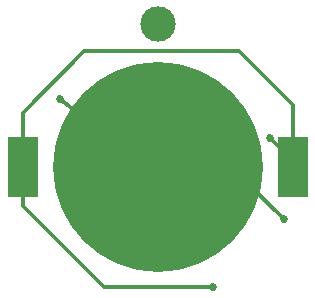
<source format=gbl>
G04 #@! TF.FileFunction,Copper,L2,Bot,Signal*
%FSLAX46Y46*%
G04 Gerber Fmt 4.6, Leading zero omitted, Abs format (unit mm)*
G04 Created by KiCad (PCBNEW 4.0.6) date 08/25/20 16:41:01*
%MOMM*%
%LPD*%
G01*
G04 APERTURE LIST*
%ADD10C,0.100000*%
%ADD11C,17.780000*%
%ADD12R,2.540000X5.080000*%
%ADD13C,3.000000*%
%ADD14C,0.685800*%
%ADD15C,0.304800*%
G04 APERTURE END LIST*
D10*
D11*
X207645000Y-93345000D03*
D12*
X219075000Y-93345000D03*
X196215000Y-93345000D03*
D13*
X207645000Y-81280000D03*
D14*
X199390000Y-87630000D03*
X218313000Y-97790000D03*
X212344000Y-103505000D03*
X217170000Y-90932000D03*
D15*
X199390000Y-87630000D02*
X206629000Y-93345000D01*
X206629000Y-93345000D02*
X207645000Y-93345000D01*
X218313000Y-97790000D02*
X213868000Y-93345000D01*
X213868000Y-93345000D02*
X207645000Y-93345000D01*
X202184000Y-102616000D02*
X203073000Y-103505000D01*
X202184000Y-102616000D02*
X196215000Y-96647000D01*
X196215000Y-93345000D02*
X196215000Y-96647000D01*
X203073000Y-103505000D02*
X212344000Y-103505000D01*
X217170000Y-90932000D02*
X219075000Y-92837000D01*
X219075000Y-92837000D02*
X219075000Y-93345000D01*
X219075000Y-93345000D02*
X219075000Y-88138000D01*
X219075000Y-88138000D02*
X214503000Y-83566000D01*
X214503000Y-83566000D02*
X201422000Y-83566000D01*
X201422000Y-83566000D02*
X196215000Y-88773000D01*
X196215000Y-88773000D02*
X196215000Y-93345000D01*
M02*

</source>
